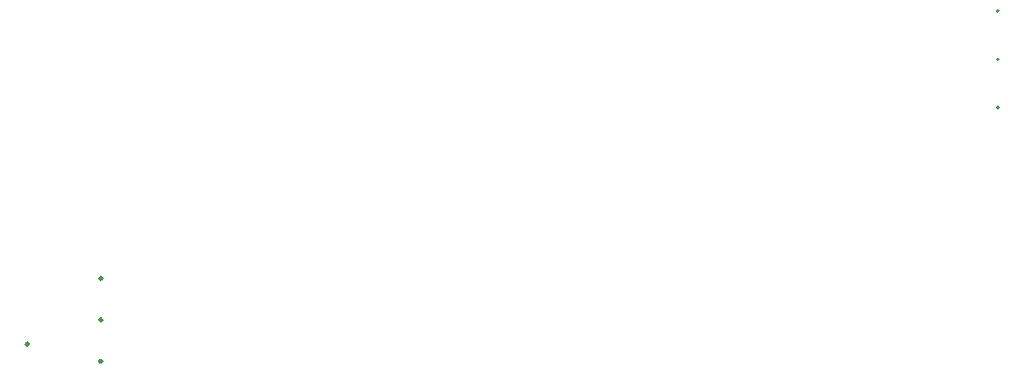
<source format=gbr>
G04 #@! TF.GenerationSoftware,KiCad,Pcbnew,8.0.7-8.0.7-0~ubuntu22.04.1*
G04 #@! TF.CreationDate,2025-01-18T20:22:17+01:00*
G04 #@! TF.ProjectId,pinchito_uesc,70696e63-6869-4746-9f5f-756573632e6b,rev?*
G04 #@! TF.SameCoordinates,Original*
G04 #@! TF.FileFunction,Other,Comment*
%FSLAX46Y46*%
G04 Gerber Fmt 4.6, Leading zero omitted, Abs format (unit mm)*
G04 Created by KiCad (PCBNEW 8.0.7-8.0.7-0~ubuntu22.04.1) date 2025-01-18 20:22:17*
%MOMM*%
%LPD*%
G01*
G04 APERTURE LIST*
%ADD10C,0.200000*%
%ADD11C,0.250000*%
G04 APERTURE END LIST*
D10*
G04 #@! TO.C,Q5*
X94430000Y17140000D02*
G75*
G02*
X94230000Y17140000I-100000J0D01*
G01*
X94230000Y17140000D02*
G75*
G02*
X94430000Y17140000I100000J0D01*
G01*
D11*
G04 #@! TO.C,U1*
X6590000Y-8670000D02*
G75*
G02*
X6330000Y-8670000I-130000J0D01*
G01*
X6330000Y-8670000D02*
G75*
G02*
X6590000Y-8670000I130000J0D01*
G01*
D10*
G04 #@! TO.C,Q4*
X94430000Y21510000D02*
G75*
G02*
X94230000Y21510000I-100000J0D01*
G01*
X94230000Y21510000D02*
G75*
G02*
X94430000Y21510000I100000J0D01*
G01*
D11*
G04 #@! TO.C,Q2*
X13250000Y-6460000D02*
G75*
G02*
X12990000Y-6460000I-130000J0D01*
G01*
X12990000Y-6460000D02*
G75*
G02*
X13250000Y-6460000I130000J0D01*
G01*
G04 #@! TO.C,Q3*
X13250000Y-10210000D02*
G75*
G02*
X12990000Y-10210000I-130000J0D01*
G01*
X12990000Y-10210000D02*
G75*
G02*
X13250000Y-10210000I130000J0D01*
G01*
G04 #@! TO.C,Q1*
X13250000Y-2710000D02*
G75*
G02*
X12990000Y-2710000I-130000J0D01*
G01*
X12990000Y-2710000D02*
G75*
G02*
X13250000Y-2710000I130000J0D01*
G01*
D10*
G04 #@! TO.C,Q6*
X94430000Y12770000D02*
G75*
G02*
X94230000Y12770000I-100000J0D01*
G01*
X94230000Y12770000D02*
G75*
G02*
X94430000Y12770000I100000J0D01*
G01*
G04 #@! TD*
M02*

</source>
